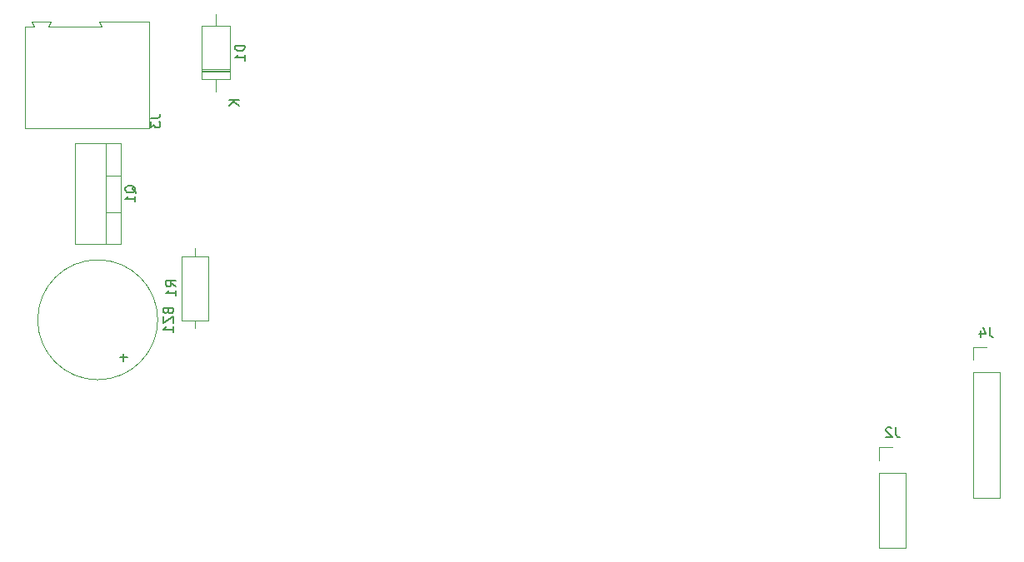
<source format=gbr>
%TF.GenerationSoftware,KiCad,Pcbnew,7.0.10-7.0.10~ubuntu22.04.1*%
%TF.CreationDate,2024-01-26T16:23:07-07:00*%
%TF.ProjectId,ph_meter,70685f6d-6574-4657-922e-6b696361645f,1.3*%
%TF.SameCoordinates,Original*%
%TF.FileFunction,Legend,Bot*%
%TF.FilePolarity,Positive*%
%FSLAX46Y46*%
G04 Gerber Fmt 4.6, Leading zero omitted, Abs format (unit mm)*
G04 Created by KiCad (PCBNEW 7.0.10-7.0.10~ubuntu22.04.1) date 2024-01-26 16:23:07*
%MOMM*%
%LPD*%
G01*
G04 APERTURE LIST*
%ADD10C,0.150000*%
%ADD11C,0.120000*%
G04 APERTURE END LIST*
D10*
X90094819Y-90966666D02*
X90809104Y-90966666D01*
X90809104Y-90966666D02*
X90951961Y-90919047D01*
X90951961Y-90919047D02*
X91047200Y-90823809D01*
X91047200Y-90823809D02*
X91094819Y-90680952D01*
X91094819Y-90680952D02*
X91094819Y-90585714D01*
X90094819Y-91347619D02*
X90094819Y-91966666D01*
X90094819Y-91966666D02*
X90475771Y-91633333D01*
X90475771Y-91633333D02*
X90475771Y-91776190D01*
X90475771Y-91776190D02*
X90523390Y-91871428D01*
X90523390Y-91871428D02*
X90571009Y-91919047D01*
X90571009Y-91919047D02*
X90666247Y-91966666D01*
X90666247Y-91966666D02*
X90904342Y-91966666D01*
X90904342Y-91966666D02*
X90999580Y-91919047D01*
X90999580Y-91919047D02*
X91047200Y-91871428D01*
X91047200Y-91871428D02*
X91094819Y-91776190D01*
X91094819Y-91776190D02*
X91094819Y-91490476D01*
X91094819Y-91490476D02*
X91047200Y-91395238D01*
X91047200Y-91395238D02*
X90999580Y-91347619D01*
X88625057Y-98584761D02*
X88577438Y-98489523D01*
X88577438Y-98489523D02*
X88482200Y-98394285D01*
X88482200Y-98394285D02*
X88339342Y-98251428D01*
X88339342Y-98251428D02*
X88291723Y-98156190D01*
X88291723Y-98156190D02*
X88291723Y-98060952D01*
X88529819Y-98108571D02*
X88482200Y-98013333D01*
X88482200Y-98013333D02*
X88386961Y-97918095D01*
X88386961Y-97918095D02*
X88196485Y-97870476D01*
X88196485Y-97870476D02*
X87863152Y-97870476D01*
X87863152Y-97870476D02*
X87672676Y-97918095D01*
X87672676Y-97918095D02*
X87577438Y-98013333D01*
X87577438Y-98013333D02*
X87529819Y-98108571D01*
X87529819Y-98108571D02*
X87529819Y-98299047D01*
X87529819Y-98299047D02*
X87577438Y-98394285D01*
X87577438Y-98394285D02*
X87672676Y-98489523D01*
X87672676Y-98489523D02*
X87863152Y-98537142D01*
X87863152Y-98537142D02*
X88196485Y-98537142D01*
X88196485Y-98537142D02*
X88386961Y-98489523D01*
X88386961Y-98489523D02*
X88482200Y-98394285D01*
X88482200Y-98394285D02*
X88529819Y-98299047D01*
X88529819Y-98299047D02*
X88529819Y-98108571D01*
X88529819Y-99489523D02*
X88529819Y-98918095D01*
X88529819Y-99203809D02*
X87529819Y-99203809D01*
X87529819Y-99203809D02*
X87672676Y-99108571D01*
X87672676Y-99108571D02*
X87767914Y-99013333D01*
X87767914Y-99013333D02*
X87815533Y-98918095D01*
X99674819Y-83591905D02*
X98674819Y-83591905D01*
X98674819Y-83591905D02*
X98674819Y-83830000D01*
X98674819Y-83830000D02*
X98722438Y-83972857D01*
X98722438Y-83972857D02*
X98817676Y-84068095D01*
X98817676Y-84068095D02*
X98912914Y-84115714D01*
X98912914Y-84115714D02*
X99103390Y-84163333D01*
X99103390Y-84163333D02*
X99246247Y-84163333D01*
X99246247Y-84163333D02*
X99436723Y-84115714D01*
X99436723Y-84115714D02*
X99531961Y-84068095D01*
X99531961Y-84068095D02*
X99627200Y-83972857D01*
X99627200Y-83972857D02*
X99674819Y-83830000D01*
X99674819Y-83830000D02*
X99674819Y-83591905D01*
X99674819Y-85115714D02*
X99674819Y-84544286D01*
X99674819Y-84830000D02*
X98674819Y-84830000D01*
X98674819Y-84830000D02*
X98817676Y-84734762D01*
X98817676Y-84734762D02*
X98912914Y-84639524D01*
X98912914Y-84639524D02*
X98960533Y-84544286D01*
X99104819Y-89148095D02*
X98104819Y-89148095D01*
X99104819Y-89719523D02*
X98533390Y-89290952D01*
X98104819Y-89719523D02*
X98676247Y-89148095D01*
X92684819Y-108113333D02*
X92208628Y-107780000D01*
X92684819Y-107541905D02*
X91684819Y-107541905D01*
X91684819Y-107541905D02*
X91684819Y-107922857D01*
X91684819Y-107922857D02*
X91732438Y-108018095D01*
X91732438Y-108018095D02*
X91780057Y-108065714D01*
X91780057Y-108065714D02*
X91875295Y-108113333D01*
X91875295Y-108113333D02*
X92018152Y-108113333D01*
X92018152Y-108113333D02*
X92113390Y-108065714D01*
X92113390Y-108065714D02*
X92161009Y-108018095D01*
X92161009Y-108018095D02*
X92208628Y-107922857D01*
X92208628Y-107922857D02*
X92208628Y-107541905D01*
X92684819Y-109065714D02*
X92684819Y-108494286D01*
X92684819Y-108780000D02*
X91684819Y-108780000D01*
X91684819Y-108780000D02*
X91827676Y-108684762D01*
X91827676Y-108684762D02*
X91922914Y-108589524D01*
X91922914Y-108589524D02*
X91970533Y-108494286D01*
X91872369Y-110606547D02*
X91919988Y-110749404D01*
X91919988Y-110749404D02*
X91967607Y-110797023D01*
X91967607Y-110797023D02*
X92062845Y-110844642D01*
X92062845Y-110844642D02*
X92205702Y-110844642D01*
X92205702Y-110844642D02*
X92300940Y-110797023D01*
X92300940Y-110797023D02*
X92348560Y-110749404D01*
X92348560Y-110749404D02*
X92396179Y-110654166D01*
X92396179Y-110654166D02*
X92396179Y-110273214D01*
X92396179Y-110273214D02*
X91396179Y-110273214D01*
X91396179Y-110273214D02*
X91396179Y-110606547D01*
X91396179Y-110606547D02*
X91443798Y-110701785D01*
X91443798Y-110701785D02*
X91491417Y-110749404D01*
X91491417Y-110749404D02*
X91586655Y-110797023D01*
X91586655Y-110797023D02*
X91681893Y-110797023D01*
X91681893Y-110797023D02*
X91777131Y-110749404D01*
X91777131Y-110749404D02*
X91824750Y-110701785D01*
X91824750Y-110701785D02*
X91872369Y-110606547D01*
X91872369Y-110606547D02*
X91872369Y-110273214D01*
X91396179Y-111177976D02*
X91396179Y-111844642D01*
X91396179Y-111844642D02*
X92396179Y-111177976D01*
X92396179Y-111177976D02*
X92396179Y-111844642D01*
X92396179Y-112749404D02*
X92396179Y-112177976D01*
X92396179Y-112463690D02*
X91396179Y-112463690D01*
X91396179Y-112463690D02*
X91539036Y-112368452D01*
X91539036Y-112368452D02*
X91634274Y-112273214D01*
X91634274Y-112273214D02*
X91681893Y-112177976D01*
X87355226Y-114916548D02*
X87355226Y-115678453D01*
X87736179Y-115297500D02*
X86974274Y-115297500D01*
X175383333Y-112254819D02*
X175383333Y-112969104D01*
X175383333Y-112969104D02*
X175430952Y-113111961D01*
X175430952Y-113111961D02*
X175526190Y-113207200D01*
X175526190Y-113207200D02*
X175669047Y-113254819D01*
X175669047Y-113254819D02*
X175764285Y-113254819D01*
X174478571Y-112588152D02*
X174478571Y-113254819D01*
X174716666Y-112207200D02*
X174954761Y-112921485D01*
X174954761Y-112921485D02*
X174335714Y-112921485D01*
X165833333Y-122434819D02*
X165833333Y-123149104D01*
X165833333Y-123149104D02*
X165880952Y-123291961D01*
X165880952Y-123291961D02*
X165976190Y-123387200D01*
X165976190Y-123387200D02*
X166119047Y-123434819D01*
X166119047Y-123434819D02*
X166214285Y-123434819D01*
X165404761Y-122530057D02*
X165357142Y-122482438D01*
X165357142Y-122482438D02*
X165261904Y-122434819D01*
X165261904Y-122434819D02*
X165023809Y-122434819D01*
X165023809Y-122434819D02*
X164928571Y-122482438D01*
X164928571Y-122482438D02*
X164880952Y-122530057D01*
X164880952Y-122530057D02*
X164833333Y-122625295D01*
X164833333Y-122625295D02*
X164833333Y-122720533D01*
X164833333Y-122720533D02*
X164880952Y-122863390D01*
X164880952Y-122863390D02*
X165452380Y-123434819D01*
X165452380Y-123434819D02*
X164833333Y-123434819D01*
D11*
%TO.C,J3*%
X77350000Y-92030000D02*
X77350000Y-81680000D01*
X89950000Y-92030000D02*
X77350000Y-92030000D01*
X77350000Y-81680000D02*
X78300000Y-81680000D01*
X78300000Y-81680000D02*
X78050000Y-81180000D01*
X79750000Y-81680000D02*
X85150000Y-81680000D01*
X85150000Y-81680000D02*
X84850000Y-81180000D01*
X78050000Y-81180000D02*
X79950000Y-81180000D01*
X79950000Y-81180000D02*
X80000000Y-81180000D01*
X80000000Y-81180000D02*
X79750000Y-81680000D01*
X84850000Y-81180000D02*
X89950000Y-81180000D01*
X89950000Y-81180000D02*
X89950000Y-92030000D01*
%TO.C,Q1*%
X87075000Y-93560000D02*
X82434000Y-93560000D01*
X87075000Y-96829000D02*
X85565000Y-96829000D01*
X87075000Y-100530000D02*
X85565000Y-100530000D01*
X87075000Y-103800000D02*
X87075000Y-93560000D01*
X87075000Y-103800000D02*
X82434000Y-103800000D01*
X85565000Y-103800000D02*
X85565000Y-93560000D01*
X82434000Y-103800000D02*
X82434000Y-93560000D01*
%TO.C,D1*%
X98220000Y-86150000D02*
X95280000Y-86150000D01*
X98220000Y-86030000D02*
X95280000Y-86030000D01*
X96750000Y-88270000D02*
X96750000Y-87050000D01*
X98220000Y-87050000D02*
X95280000Y-87050000D01*
X95280000Y-81610000D02*
X98220000Y-81610000D01*
X96750000Y-80390000D02*
X96750000Y-81610000D01*
X95280000Y-87050000D02*
X95280000Y-81610000D01*
X98220000Y-86270000D02*
X95280000Y-86270000D01*
X98220000Y-81610000D02*
X98220000Y-87050000D01*
%TO.C,R1*%
X94600000Y-112320000D02*
X94600000Y-111550000D01*
X94600000Y-104240000D02*
X94600000Y-105010000D01*
X93230000Y-105010000D02*
X95970000Y-105010000D01*
X95970000Y-111550000D02*
X93230000Y-111550000D01*
X95970000Y-105010000D02*
X95970000Y-111550000D01*
X93230000Y-111550000D02*
X93230000Y-105010000D01*
%TO.C,BZ1*%
X90841360Y-111487500D02*
G75*
G03*
X78641360Y-111487500I-6100000J0D01*
G01*
X78641360Y-111487500D02*
G75*
G03*
X90841360Y-111487500I6100000J0D01*
G01*
%TO.C,J4*%
X176380000Y-129600000D02*
X173720000Y-129600000D01*
X176380000Y-116840000D02*
X176380000Y-129600000D01*
X176380000Y-116840000D02*
X173720000Y-116840000D01*
X175050000Y-114240000D02*
X173720000Y-114240000D01*
X173720000Y-116840000D02*
X173720000Y-129600000D01*
X173720000Y-114240000D02*
X173720000Y-115570000D01*
%TO.C,J2*%
X166830000Y-134700000D02*
X164170000Y-134700000D01*
X166830000Y-127020000D02*
X166830000Y-134700000D01*
X166830000Y-127020000D02*
X164170000Y-127020000D01*
X165500000Y-124420000D02*
X164170000Y-124420000D01*
X164170000Y-127020000D02*
X164170000Y-134700000D01*
X164170000Y-124420000D02*
X164170000Y-125750000D01*
%TD*%
M02*

</source>
